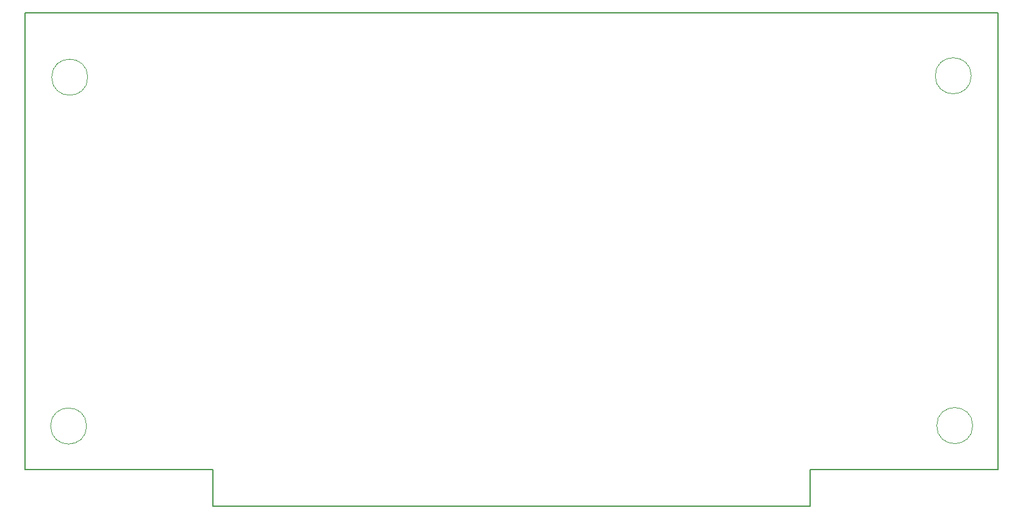
<source format=gbr>
%TF.GenerationSoftware,KiCad,Pcbnew,8.0.3+1*%
%TF.CreationDate,2024-07-23T19:14:42+00:00*%
%TF.ProjectId,mower_PowerDeviceCarrier,6d6f7765-725f-4506-9f77-657244657669,rev?*%
%TF.SameCoordinates,PX2b5aa20PY5837b10*%
%TF.FileFunction,Profile,NP*%
%FSLAX46Y46*%
G04 Gerber Fmt 4.6, Leading zero omitted, Abs format (unit mm)*
G04 Created by KiCad (PCBNEW 8.0.3+1) date 2024-07-23 19:14:42*
%MOMM*%
%LPD*%
G01*
G04 APERTURE LIST*
%TA.AperFunction,Profile*%
%ADD10C,0.150000*%
%TD*%
%TA.AperFunction,Profile*%
%ADD11C,0.050000*%
%TD*%
G04 APERTURE END LIST*
D10*
X160220000Y-114400000D02*
X160210000Y-51040000D01*
X134140000Y-114390000D02*
X160220000Y-114400000D01*
X51180000Y-114360000D02*
X51190000Y-119450000D01*
D11*
X33837600Y-59989108D02*
G75*
G02*
X28837600Y-59989108I-2500000J0D01*
G01*
X28837600Y-59989108D02*
G75*
G02*
X33837600Y-59989108I2500000J0D01*
G01*
X33685200Y-108352800D02*
G75*
G02*
X28685200Y-108352800I-2500000J0D01*
G01*
X28685200Y-108352800D02*
G75*
G02*
X33685200Y-108352800I2500000J0D01*
G01*
D10*
X51190000Y-119450000D02*
X134140000Y-119460000D01*
X25120000Y-114360000D02*
X51180000Y-114360000D01*
X134140000Y-114390000D02*
X134140000Y-119460000D01*
X25120000Y-51030000D02*
X160210000Y-51040000D01*
D11*
X156467108Y-59787600D02*
G75*
G02*
X151467108Y-59787600I-2500000J0D01*
G01*
X151467108Y-59787600D02*
G75*
G02*
X156467108Y-59787600I2500000J0D01*
G01*
D10*
X25120000Y-114360000D02*
X25120000Y-51030000D01*
D11*
X156672000Y-108301200D02*
G75*
G02*
X151672000Y-108301200I-2500000J0D01*
G01*
X151672000Y-108301200D02*
G75*
G02*
X156672000Y-108301200I2500000J0D01*
G01*
M02*

</source>
